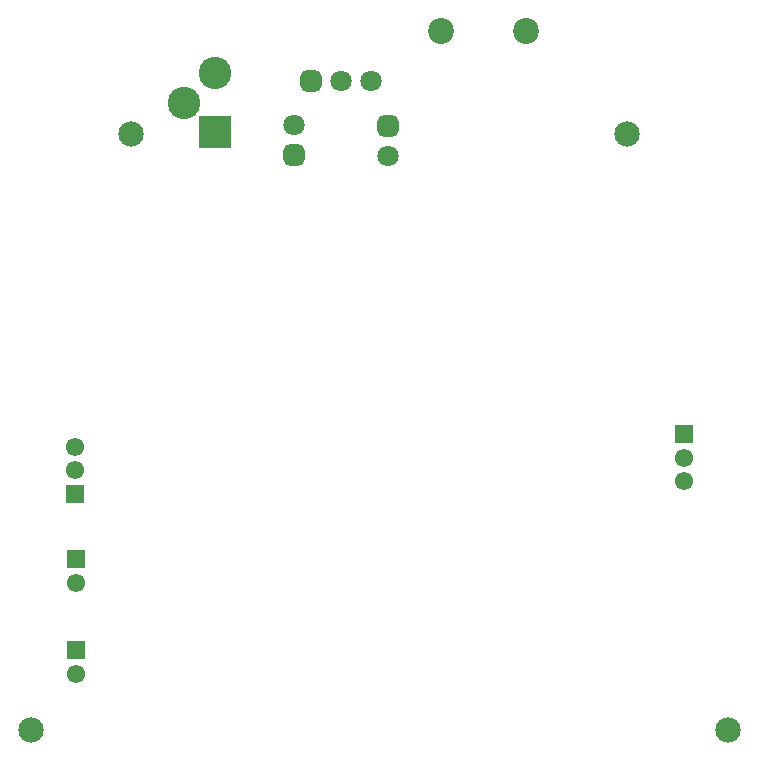
<source format=gbr>
G04*
G04 #@! TF.GenerationSoftware,Altium Limited,Altium Designer,23.8.1 (32)*
G04*
G04 Layer_Color=16711935*
%FSLAX44Y44*%
%MOMM*%
G71*
G04*
G04 #@! TF.SameCoordinates,B1DDD4D6-6927-4A11-B6FF-346F9E1F7E25*
G04*
G04*
G04 #@! TF.FilePolarity,Negative*
G04*
G01*
G75*
%ADD58R,1.5532X1.5532*%
%ADD59C,1.5532*%
%ADD60C,2.1982*%
G04:AMPARAMS|DCode=61|XSize=1.8032mm|YSize=1.8032mm|CornerRadius=0.5016mm|HoleSize=0mm|Usage=FLASHONLY|Rotation=90.000|XOffset=0mm|YOffset=0mm|HoleType=Round|Shape=RoundedRectangle|*
%AMROUNDEDRECTD61*
21,1,1.8032,0.8000,0,0,90.0*
21,1,0.8000,1.8032,0,0,90.0*
1,1,1.0032,0.4000,0.4000*
1,1,1.0032,0.4000,-0.4000*
1,1,1.0032,-0.4000,-0.4000*
1,1,1.0032,-0.4000,0.4000*
%
%ADD61ROUNDEDRECTD61*%
%ADD62C,1.8032*%
%ADD63C,2.1400*%
%ADD64R,2.7532X2.7532*%
%ADD65C,2.7532*%
G04:AMPARAMS|DCode=66|XSize=1.8032mm|YSize=1.8032mm|CornerRadius=0.5016mm|HoleSize=0mm|Usage=FLASHONLY|Rotation=0.000|XOffset=0mm|YOffset=0mm|HoleType=Round|Shape=RoundedRectangle|*
%AMROUNDEDRECTD66*
21,1,1.8032,0.8000,0,0,0.0*
21,1,0.8000,1.8032,0,0,0.0*
1,1,1.0032,0.4000,-0.4000*
1,1,1.0032,-0.4000,-0.4000*
1,1,1.0032,-0.4000,0.4000*
1,1,1.0032,0.4000,0.4000*
%
%ADD66ROUNDEDRECTD66*%
D58*
X68580Y97790D02*
D03*
Y174940D02*
D03*
X582930Y280670D02*
D03*
X67310Y230190D02*
D03*
D59*
X68580Y77790D02*
D03*
Y154940D02*
D03*
X582930Y240670D02*
D03*
Y260670D02*
D03*
X67310Y250190D02*
D03*
Y270190D02*
D03*
D60*
X449100Y622430D02*
D03*
X377600D02*
D03*
D61*
X252560Y516620D02*
D03*
X332500Y541770D02*
D03*
D62*
X252560Y542020D02*
D03*
X317960Y579320D02*
D03*
X292560D02*
D03*
X332500Y516370D02*
D03*
D63*
X620000Y30000D02*
D03*
X30000D02*
D03*
X535000Y535000D02*
D03*
X115000D02*
D03*
D64*
X186450Y536220D02*
D03*
D65*
X159450Y561220D02*
D03*
X186450Y586220D02*
D03*
D66*
X267160Y579320D02*
D03*
M02*

</source>
